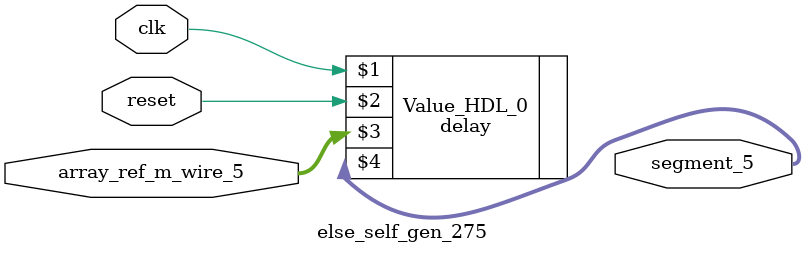
<source format=v>
module else_self_gen_275( input clk, input reset, input [31:0]array_ref_m_wire_5, output [31:0]segment_5); 
	wire [31:0]segment_5;
	//Proceed with segment_5 = array_ref_m_wire_5
	delay Value_HDL_0 ( clk, reset, array_ref_m_wire_5, segment_5);
endmodule
</source>
